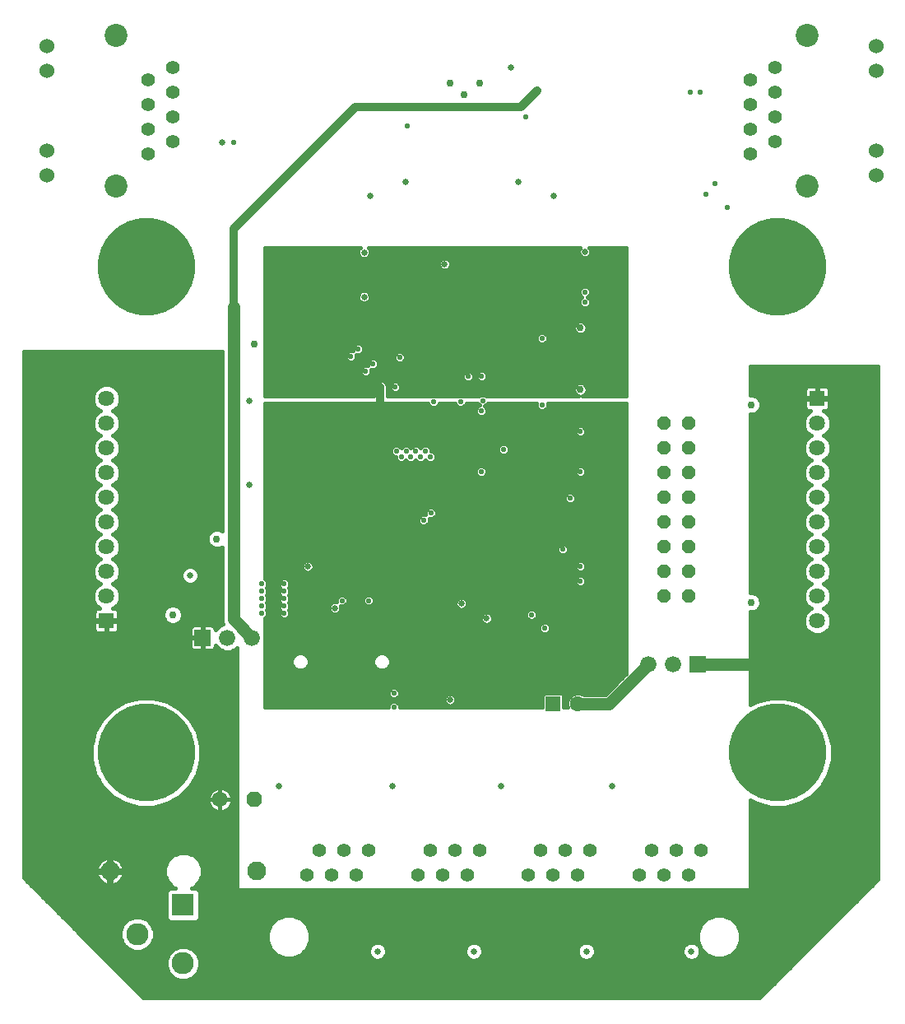
<source format=gbl>
G75*
%MOIN*%
%OFA0B0*%
%FSLAX24Y24*%
%IPPOS*%
%LPD*%
%AMOC8*
5,1,8,0,0,1.08239X$1,22.5*
%
%ADD10C,0.0930*%
%ADD11C,0.0600*%
%ADD12C,0.0550*%
%ADD13R,0.0660X0.0660*%
%ADD14C,0.0660*%
%ADD15C,0.3960*%
%ADD16R,0.0645X0.0645*%
%ADD17C,0.0645*%
%ADD18R,0.0900X0.0900*%
%ADD19C,0.0900*%
%ADD20OC8,0.0630*%
%ADD21C,0.0630*%
%ADD22OC8,0.0560*%
%ADD23C,0.0765*%
%ADD24R,0.0630X0.0630*%
%ADD25C,0.0250*%
%ADD26C,0.0300*%
%ADD27C,0.0220*%
%ADD28C,0.0160*%
%ADD29C,0.0320*%
%ADD30C,0.0500*%
D10*
X005640Y035000D03*
X005640Y041100D03*
X033640Y041100D03*
X033640Y035000D03*
D11*
X036440Y035440D03*
X036440Y036440D03*
X036440Y039660D03*
X036440Y040660D03*
X002840Y040660D03*
X002840Y039660D03*
X002840Y036440D03*
X002840Y035440D03*
D12*
X006940Y036300D03*
X006940Y037300D03*
X006940Y038300D03*
X006940Y039300D03*
X007940Y038800D03*
X007940Y037800D03*
X007940Y036800D03*
X007940Y039800D03*
X031340Y039300D03*
X031340Y038300D03*
X031340Y037300D03*
X031340Y036300D03*
X032340Y036800D03*
X032340Y037800D03*
X032340Y038800D03*
X032340Y039800D03*
X029310Y008100D03*
X028310Y008100D03*
X027810Y007100D03*
X026810Y007100D03*
X027310Y008100D03*
X028810Y007100D03*
X024830Y008100D03*
X023830Y008100D03*
X023330Y007100D03*
X024330Y007100D03*
X022830Y008100D03*
X022330Y007100D03*
X020350Y008100D03*
X019350Y008100D03*
X018850Y007100D03*
X019850Y007100D03*
X018350Y008100D03*
X017850Y007100D03*
X015870Y008100D03*
X014870Y008100D03*
X014370Y007100D03*
X015370Y007100D03*
X013870Y008100D03*
X013370Y007100D03*
D13*
X009140Y016720D03*
X029200Y015640D03*
D14*
X028200Y015640D03*
X027200Y015640D03*
X011140Y016720D03*
X010140Y016720D03*
D15*
X006845Y012057D03*
X006845Y031743D03*
X032435Y031743D03*
X032435Y012057D03*
D16*
X034040Y026400D03*
X005240Y017400D03*
D17*
X005240Y018400D03*
X005240Y019400D03*
X005240Y020400D03*
X005240Y021400D03*
X005240Y022400D03*
X005240Y023400D03*
X005240Y024400D03*
X005240Y025400D03*
X005240Y026400D03*
X034040Y025400D03*
X034040Y024400D03*
X034040Y023400D03*
X034040Y022400D03*
X034040Y021400D03*
X034040Y020400D03*
X034040Y019400D03*
X034040Y018400D03*
X034040Y017400D03*
D18*
X008340Y005890D03*
D19*
X006490Y004710D03*
X008340Y003530D03*
D20*
X011240Y010160D03*
D21*
X009840Y010160D03*
X024340Y014040D03*
D22*
X027840Y018400D03*
X027840Y019400D03*
X027840Y020400D03*
X027840Y021400D03*
X027840Y022400D03*
X028840Y022400D03*
X028840Y021400D03*
X028840Y020400D03*
X028840Y019400D03*
X028840Y018400D03*
X028840Y023400D03*
X028840Y024400D03*
X028840Y025400D03*
X027840Y025400D03*
X027840Y024400D03*
X027840Y023400D03*
D23*
X011330Y007260D03*
X005390Y007260D03*
D24*
X023340Y014040D03*
D25*
X021240Y010700D03*
X019760Y014200D03*
X019160Y014200D03*
X016840Y010700D03*
X014060Y014460D03*
X014490Y017920D03*
X014180Y018520D03*
X013510Y017910D03*
X013400Y019600D03*
X014180Y020080D03*
X011040Y022900D03*
X011040Y026300D03*
X015680Y030520D03*
X015680Y032320D03*
X015920Y034620D03*
X017360Y035160D03*
X018940Y031840D03*
X021920Y035160D03*
X023360Y034620D03*
X024620Y032340D03*
X021640Y039800D03*
X009920Y036780D03*
X008620Y019240D03*
X012240Y010700D03*
X016220Y004020D03*
X020120Y004020D03*
X024680Y004020D03*
X028940Y004020D03*
X025740Y010700D03*
X021240Y017500D03*
X020640Y017500D03*
X019620Y018100D03*
D26*
X012100Y020720D03*
X010400Y019240D03*
X009700Y020720D03*
X007930Y017640D03*
X011240Y028600D03*
X010400Y030100D03*
X013340Y031500D03*
X013880Y028600D03*
X019740Y038700D03*
X020360Y039180D03*
X019160Y039180D03*
X024440Y029260D03*
X024440Y026760D03*
X031360Y026150D03*
X031360Y018150D03*
D27*
X032960Y016740D03*
X024440Y019000D03*
X024440Y019600D03*
X023720Y020290D03*
X023440Y020060D03*
X023720Y018520D03*
X022460Y017640D03*
X023000Y017100D03*
X023430Y022360D03*
X024020Y022360D03*
X024440Y023440D03*
X024440Y025060D03*
X024440Y026140D03*
X022880Y026140D03*
X022880Y026680D03*
X022880Y027220D03*
X022880Y027760D03*
X022880Y028300D03*
X022880Y028840D03*
X024620Y030300D03*
X024620Y030720D03*
X024620Y031260D03*
X025940Y029700D03*
X029540Y034680D03*
X029900Y035100D03*
X030380Y034140D03*
X029300Y038820D03*
X028880Y038820D03*
X022700Y038880D03*
X022220Y037800D03*
X017420Y037440D03*
X010400Y036780D03*
X015440Y028400D03*
X015140Y028100D03*
X015740Y027500D03*
X016040Y027800D03*
X016340Y026860D03*
X016940Y026860D03*
X017120Y028060D03*
X017720Y028060D03*
X018500Y026260D03*
X019580Y026260D03*
X019880Y025900D03*
X020420Y025900D03*
X020480Y026320D03*
X020440Y027300D03*
X019900Y027290D03*
X021320Y024340D03*
X020420Y023440D03*
X018360Y024040D03*
X018160Y024270D03*
X017960Y024040D03*
X017770Y024270D03*
X017570Y024040D03*
X017380Y024270D03*
X017180Y024040D03*
X016980Y024270D03*
X018380Y021760D03*
X018080Y021460D03*
X015860Y018220D03*
X014780Y018220D03*
X012440Y018300D03*
X012440Y018000D03*
X012440Y017700D03*
X012440Y018600D03*
X012440Y018900D03*
X011540Y018900D03*
X011540Y018600D03*
X011540Y018300D03*
X011540Y018000D03*
X011540Y017700D03*
X016880Y014460D03*
X016880Y013920D03*
D28*
X005845Y004465D02*
X004414Y004465D01*
X004256Y004623D02*
X005800Y004623D01*
X005800Y004573D02*
X005800Y004847D01*
X005905Y005101D01*
X006099Y005295D01*
X006353Y005400D01*
X006627Y005400D01*
X006881Y005295D01*
X007075Y005101D01*
X007180Y004847D01*
X007180Y004573D01*
X007075Y004319D01*
X006881Y004125D01*
X006627Y004020D01*
X006353Y004020D01*
X006099Y004125D01*
X005905Y004319D01*
X005800Y004573D01*
X005800Y004782D02*
X004097Y004782D01*
X003939Y004940D02*
X005839Y004940D01*
X005904Y005099D02*
X003780Y005099D01*
X003622Y005257D02*
X006062Y005257D01*
X006918Y005257D02*
X007733Y005257D01*
X007754Y005237D02*
X007842Y005200D01*
X008838Y005200D01*
X008926Y005237D01*
X008993Y005304D01*
X009030Y005392D01*
X009030Y006388D01*
X008993Y006476D01*
X008926Y006543D01*
X008838Y006580D01*
X008704Y006580D01*
X008791Y006616D01*
X009004Y006829D01*
X009120Y007109D01*
X009120Y007411D01*
X009004Y007691D01*
X008791Y007904D01*
X008511Y008020D01*
X008209Y008020D01*
X007929Y007904D01*
X007716Y007691D01*
X007600Y007411D01*
X007600Y007109D01*
X007716Y006829D01*
X007929Y006616D01*
X008016Y006580D01*
X007842Y006580D01*
X007754Y006543D01*
X007687Y006476D01*
X007650Y006388D01*
X007650Y005392D01*
X007687Y005304D01*
X007754Y005237D01*
X007650Y005416D02*
X003463Y005416D01*
X003305Y005574D02*
X007650Y005574D01*
X007650Y005733D02*
X003146Y005733D01*
X002988Y005891D02*
X007650Y005891D01*
X007650Y006050D02*
X002829Y006050D01*
X002671Y006208D02*
X007650Y006208D01*
X007650Y006367D02*
X002512Y006367D01*
X002354Y006525D02*
X007736Y006525D01*
X007861Y006684D02*
X002195Y006684D01*
X002037Y006842D02*
X005012Y006842D01*
X005024Y006831D02*
X005095Y006779D01*
X005174Y006739D01*
X005258Y006711D01*
X005342Y006698D01*
X005342Y007212D01*
X005438Y007212D01*
X005438Y007308D01*
X005952Y007308D01*
X005939Y007392D01*
X005911Y007476D01*
X005871Y007555D01*
X005819Y007626D01*
X005756Y007689D01*
X005685Y007741D01*
X005606Y007781D01*
X005522Y007809D01*
X005438Y007822D01*
X005438Y007308D01*
X005342Y007308D01*
X005342Y007822D01*
X005258Y007809D01*
X005174Y007781D01*
X005095Y007741D01*
X005024Y007689D01*
X004961Y007626D01*
X004909Y007555D01*
X004869Y007476D01*
X004841Y007392D01*
X004828Y007308D01*
X005342Y007308D01*
X005342Y007212D01*
X004828Y007212D01*
X004841Y007128D01*
X004869Y007044D01*
X004909Y006965D01*
X004961Y006894D01*
X005024Y006831D01*
X004891Y007001D02*
X001880Y007001D01*
X001880Y006999D02*
X001880Y028300D01*
X009910Y028300D01*
X009910Y026223D01*
X009910Y021055D01*
X009778Y021110D01*
X009622Y021110D01*
X009479Y021051D01*
X009369Y020941D01*
X009310Y020798D01*
X009310Y020642D01*
X009369Y020499D01*
X009479Y020389D01*
X009622Y020330D01*
X009778Y020330D01*
X009910Y020385D01*
X009910Y017363D01*
X009953Y017259D01*
X009817Y017203D01*
X009657Y017043D01*
X009650Y017027D01*
X009650Y017074D01*
X009638Y017119D01*
X009614Y017161D01*
X009581Y017194D01*
X009539Y017218D01*
X009494Y017230D01*
X009160Y017230D01*
X009160Y016740D01*
X009120Y016740D01*
X009120Y017230D01*
X008786Y017230D01*
X008741Y017218D01*
X008699Y017194D01*
X008666Y017161D01*
X008642Y017119D01*
X008630Y017074D01*
X008630Y016740D01*
X009120Y016740D01*
X009120Y016700D01*
X009160Y016700D01*
X009160Y016210D01*
X009494Y016210D01*
X009539Y016222D01*
X009581Y016246D01*
X009614Y016279D01*
X009638Y016321D01*
X009650Y016366D01*
X009650Y016413D01*
X009657Y016397D01*
X009817Y016237D01*
X010027Y016150D01*
X010253Y016150D01*
X010463Y016237D01*
X010520Y016294D01*
X010520Y006520D01*
X031340Y006520D01*
X031340Y010126D01*
X031578Y009989D01*
X032143Y009837D01*
X032728Y009837D01*
X033292Y009989D01*
X033798Y010281D01*
X034212Y010694D01*
X034504Y011201D01*
X034655Y011765D01*
X034655Y012350D01*
X034504Y012914D01*
X034212Y013421D01*
X033798Y013834D01*
X033292Y014126D01*
X032728Y014277D01*
X032143Y014277D01*
X031578Y014126D01*
X031340Y013989D01*
X031340Y017760D01*
X031438Y017760D01*
X031581Y017819D01*
X031691Y017929D01*
X031750Y018072D01*
X031750Y018228D01*
X031691Y018371D01*
X031581Y018481D01*
X031438Y018540D01*
X031340Y018540D01*
X031340Y025760D01*
X031438Y025760D01*
X031581Y025819D01*
X031691Y025929D01*
X031750Y026072D01*
X031750Y026228D01*
X031691Y026371D01*
X031581Y026481D01*
X031438Y026540D01*
X031340Y026540D01*
X031340Y027700D01*
X036500Y027700D01*
X036500Y006940D01*
X031700Y002140D01*
X006739Y002140D01*
X001880Y006999D01*
X001880Y007159D02*
X004836Y007159D01*
X004830Y007318D02*
X001880Y007318D01*
X001880Y007476D02*
X004869Y007476D01*
X004969Y007635D02*
X001880Y007635D01*
X001880Y007793D02*
X005212Y007793D01*
X005342Y007793D02*
X005438Y007793D01*
X005568Y007793D02*
X007819Y007793D01*
X007693Y007635D02*
X005811Y007635D01*
X005911Y007476D02*
X007627Y007476D01*
X007600Y007318D02*
X005950Y007318D01*
X005952Y007212D02*
X005438Y007212D01*
X005438Y006698D01*
X005522Y006711D01*
X005606Y006739D01*
X005685Y006779D01*
X005756Y006831D01*
X005819Y006894D01*
X005871Y006965D01*
X005911Y007044D01*
X005939Y007128D01*
X005952Y007212D01*
X005944Y007159D02*
X007600Y007159D01*
X007645Y007001D02*
X005889Y007001D01*
X005768Y006842D02*
X007710Y006842D01*
X008045Y007952D02*
X001880Y007952D01*
X001880Y008110D02*
X010520Y008110D01*
X010520Y007952D02*
X008675Y007952D01*
X008901Y007793D02*
X010520Y007793D01*
X010520Y007635D02*
X009027Y007635D01*
X009093Y007476D02*
X010520Y007476D01*
X010520Y007318D02*
X009120Y007318D01*
X009120Y007159D02*
X010520Y007159D01*
X010520Y007001D02*
X009075Y007001D01*
X009010Y006842D02*
X010520Y006842D01*
X010520Y006684D02*
X008859Y006684D01*
X008944Y006525D02*
X010520Y006525D01*
X009030Y006367D02*
X035927Y006367D01*
X036085Y006525D02*
X031340Y006525D01*
X031340Y006684D02*
X036244Y006684D01*
X036402Y006842D02*
X031340Y006842D01*
X031340Y007001D02*
X036500Y007001D01*
X036500Y007159D02*
X031340Y007159D01*
X031340Y007318D02*
X036500Y007318D01*
X036500Y007476D02*
X031340Y007476D01*
X031340Y007635D02*
X036500Y007635D01*
X036500Y007793D02*
X031340Y007793D01*
X031340Y007952D02*
X036500Y007952D01*
X036500Y008110D02*
X031340Y008110D01*
X031340Y008269D02*
X036500Y008269D01*
X036500Y008427D02*
X031340Y008427D01*
X031340Y008586D02*
X036500Y008586D01*
X036500Y008744D02*
X031340Y008744D01*
X031340Y008903D02*
X036500Y008903D01*
X036500Y009061D02*
X031340Y009061D01*
X031340Y009220D02*
X036500Y009220D01*
X036500Y009378D02*
X031340Y009378D01*
X031340Y009537D02*
X036500Y009537D01*
X036500Y009695D02*
X031340Y009695D01*
X031340Y009854D02*
X032081Y009854D01*
X031537Y010012D02*
X031340Y010012D01*
X032789Y009854D02*
X036500Y009854D01*
X036500Y010012D02*
X033333Y010012D01*
X033608Y010171D02*
X036500Y010171D01*
X036500Y010329D02*
X033847Y010329D01*
X034005Y010488D02*
X036500Y010488D01*
X036500Y010646D02*
X034164Y010646D01*
X034276Y010805D02*
X036500Y010805D01*
X036500Y010963D02*
X034367Y010963D01*
X034459Y011122D02*
X036500Y011122D01*
X036500Y011280D02*
X034525Y011280D01*
X034568Y011439D02*
X036500Y011439D01*
X036500Y011597D02*
X034610Y011597D01*
X034653Y011756D02*
X036500Y011756D01*
X036500Y011914D02*
X034655Y011914D01*
X034655Y012073D02*
X036500Y012073D01*
X036500Y012231D02*
X034655Y012231D01*
X034644Y012390D02*
X036500Y012390D01*
X036500Y012548D02*
X034602Y012548D01*
X034560Y012707D02*
X036500Y012707D01*
X036500Y012865D02*
X034517Y012865D01*
X034441Y013024D02*
X036500Y013024D01*
X036500Y013182D02*
X034349Y013182D01*
X034258Y013341D02*
X036500Y013341D01*
X036500Y013499D02*
X034133Y013499D01*
X033974Y013658D02*
X036500Y013658D01*
X036500Y013816D02*
X033816Y013816D01*
X033554Y013975D02*
X036500Y013975D01*
X036500Y014133D02*
X033265Y014133D01*
X031606Y014133D02*
X031340Y014133D01*
X031340Y014292D02*
X036500Y014292D01*
X036500Y014450D02*
X031340Y014450D01*
X031340Y014609D02*
X036500Y014609D01*
X036500Y014767D02*
X031340Y014767D01*
X031340Y014926D02*
X036500Y014926D01*
X036500Y015084D02*
X031340Y015084D01*
X031340Y015243D02*
X036500Y015243D01*
X036500Y015401D02*
X031340Y015401D01*
X031340Y015560D02*
X036500Y015560D01*
X036500Y015718D02*
X031340Y015718D01*
X031340Y015877D02*
X036500Y015877D01*
X036500Y016035D02*
X031340Y016035D01*
X031340Y016194D02*
X036500Y016194D01*
X036500Y016352D02*
X031340Y016352D01*
X031340Y016511D02*
X036500Y016511D01*
X036500Y016669D02*
X031340Y016669D01*
X031340Y016828D02*
X036500Y016828D01*
X036500Y016986D02*
X034422Y016986D01*
X034359Y016923D02*
X034517Y017081D01*
X034602Y017288D01*
X034602Y017512D01*
X034517Y017719D01*
X034359Y017877D01*
X034303Y017900D01*
X034359Y017923D01*
X034517Y018081D01*
X034602Y018288D01*
X034602Y018512D01*
X034517Y018719D01*
X034359Y018877D01*
X034303Y018900D01*
X034359Y018923D01*
X034517Y019081D01*
X034602Y019288D01*
X034602Y019512D01*
X034517Y019719D01*
X034359Y019877D01*
X034303Y019900D01*
X034359Y019923D01*
X034517Y020081D01*
X034602Y020288D01*
X034602Y020512D01*
X034517Y020719D01*
X034359Y020877D01*
X034303Y020900D01*
X034359Y020923D01*
X034517Y021081D01*
X034602Y021288D01*
X034602Y021512D01*
X034517Y021719D01*
X034359Y021877D01*
X034303Y021900D01*
X036500Y021900D01*
X036500Y021741D02*
X034494Y021741D01*
X034573Y021583D02*
X036500Y021583D01*
X036500Y021424D02*
X034602Y021424D01*
X034593Y021266D02*
X036500Y021266D01*
X036500Y021107D02*
X034528Y021107D01*
X034384Y020949D02*
X036500Y020949D01*
X036500Y020790D02*
X034445Y020790D01*
X034553Y020632D02*
X036500Y020632D01*
X036500Y020473D02*
X034602Y020473D01*
X034602Y020315D02*
X036500Y020315D01*
X036500Y020156D02*
X034548Y020156D01*
X034433Y019998D02*
X036500Y019998D01*
X036500Y019839D02*
X034396Y019839D01*
X034532Y019681D02*
X036500Y019681D01*
X036500Y019522D02*
X034598Y019522D01*
X034602Y019364D02*
X036500Y019364D01*
X036500Y019205D02*
X034568Y019205D01*
X034482Y019047D02*
X036500Y019047D01*
X036500Y018888D02*
X034331Y018888D01*
X034505Y018730D02*
X036500Y018730D01*
X036500Y018571D02*
X034578Y018571D01*
X034602Y018413D02*
X036500Y018413D01*
X036500Y018254D02*
X034589Y018254D01*
X034523Y018096D02*
X036500Y018096D01*
X036500Y017937D02*
X034373Y017937D01*
X034456Y017779D02*
X036500Y017779D01*
X036500Y017620D02*
X034558Y017620D01*
X034602Y017462D02*
X036500Y017462D01*
X036500Y017303D02*
X034602Y017303D01*
X034543Y017145D02*
X036500Y017145D01*
X034359Y016923D02*
X034152Y016838D01*
X033928Y016838D01*
X033721Y016923D01*
X033563Y017081D01*
X033478Y017288D01*
X033478Y017512D01*
X033563Y017719D01*
X033721Y017877D01*
X033777Y017900D01*
X033721Y017923D01*
X033563Y018081D01*
X033478Y018288D01*
X033478Y018512D01*
X033563Y018719D01*
X033721Y018877D01*
X033777Y018900D01*
X033721Y018923D01*
X033563Y019081D01*
X033478Y019288D01*
X033478Y019512D01*
X033563Y019719D01*
X033721Y019877D01*
X033777Y019900D01*
X033721Y019923D01*
X033563Y020081D01*
X033478Y020288D01*
X033478Y020512D01*
X033563Y020719D01*
X033721Y020877D01*
X033777Y020900D01*
X033721Y020923D01*
X033563Y021081D01*
X033478Y021288D01*
X033478Y021512D01*
X033563Y021719D01*
X033721Y021877D01*
X033777Y021900D01*
X031340Y021900D01*
X031340Y021741D02*
X033586Y021741D01*
X033507Y021583D02*
X031340Y021583D01*
X031340Y021424D02*
X033478Y021424D01*
X033487Y021266D02*
X031340Y021266D01*
X031340Y021107D02*
X033552Y021107D01*
X033696Y020949D02*
X031340Y020949D01*
X031340Y020790D02*
X033635Y020790D01*
X033527Y020632D02*
X031340Y020632D01*
X031340Y020473D02*
X033478Y020473D01*
X033478Y020315D02*
X031340Y020315D01*
X031340Y020156D02*
X033532Y020156D01*
X033647Y019998D02*
X031340Y019998D01*
X031340Y019839D02*
X033684Y019839D01*
X033548Y019681D02*
X031340Y019681D01*
X031340Y019522D02*
X033482Y019522D01*
X033478Y019364D02*
X031340Y019364D01*
X031340Y019205D02*
X033512Y019205D01*
X033598Y019047D02*
X031340Y019047D01*
X031340Y018888D02*
X033749Y018888D01*
X033575Y018730D02*
X031340Y018730D01*
X031340Y018571D02*
X033502Y018571D01*
X033478Y018413D02*
X031649Y018413D01*
X031739Y018254D02*
X033491Y018254D01*
X033557Y018096D02*
X031750Y018096D01*
X031694Y017937D02*
X033707Y017937D01*
X033623Y017779D02*
X031483Y017779D01*
X031340Y017620D02*
X033522Y017620D01*
X033478Y017462D02*
X031340Y017462D01*
X031340Y017303D02*
X033478Y017303D01*
X033537Y017145D02*
X031340Y017145D01*
X031340Y016986D02*
X033658Y016986D01*
X033777Y021900D02*
X033721Y021923D01*
X033563Y022081D01*
X033478Y022288D01*
X033478Y022512D01*
X033563Y022719D01*
X033721Y022877D01*
X033777Y022900D01*
X033721Y022923D01*
X033563Y023081D01*
X033478Y023288D01*
X033478Y023512D01*
X033563Y023719D01*
X033721Y023877D01*
X033777Y023900D01*
X033721Y023923D01*
X033563Y024081D01*
X033478Y024288D01*
X033478Y024512D01*
X033563Y024719D01*
X033721Y024877D01*
X033777Y024900D01*
X033721Y024923D01*
X033563Y025081D01*
X033478Y025288D01*
X033478Y025512D01*
X033563Y025719D01*
X033721Y025877D01*
X033771Y025898D01*
X033694Y025898D01*
X033648Y025910D01*
X033607Y025933D01*
X033573Y025967D01*
X033550Y026008D01*
X033538Y026054D01*
X033537Y026372D01*
X034012Y026372D01*
X034012Y026428D01*
X034012Y026902D01*
X033694Y026902D01*
X033648Y026890D01*
X033607Y026867D01*
X033573Y026833D01*
X033550Y026792D01*
X033538Y026746D01*
X033538Y026428D01*
X034012Y026428D01*
X034068Y026428D01*
X034068Y026902D01*
X034386Y026902D01*
X034432Y026890D01*
X034473Y026867D01*
X034507Y026833D01*
X034530Y026792D01*
X034542Y026746D01*
X034542Y026428D01*
X034068Y026428D01*
X034068Y026372D01*
X034542Y026372D01*
X034542Y026054D01*
X034530Y026008D01*
X034507Y025967D01*
X034473Y025933D01*
X034432Y025910D01*
X034386Y025898D01*
X034309Y025898D01*
X034359Y025877D01*
X034517Y025719D01*
X034602Y025512D01*
X034602Y025288D01*
X034517Y025081D01*
X034359Y024923D01*
X034303Y024900D01*
X034359Y024877D01*
X034517Y024719D01*
X034602Y024512D01*
X034602Y024288D01*
X034517Y024081D01*
X034359Y023923D01*
X034303Y023900D01*
X034359Y023877D01*
X034517Y023719D01*
X034602Y023512D01*
X034602Y023288D01*
X034517Y023081D01*
X034359Y022923D01*
X034303Y022900D01*
X034359Y022877D01*
X034517Y022719D01*
X034602Y022512D01*
X034602Y022288D01*
X034517Y022081D01*
X034359Y021923D01*
X034303Y021900D01*
X034494Y022059D02*
X036500Y022059D01*
X036500Y022217D02*
X034573Y022217D01*
X034602Y022376D02*
X036500Y022376D01*
X036500Y022534D02*
X034593Y022534D01*
X034528Y022693D02*
X036500Y022693D01*
X036500Y022851D02*
X034384Y022851D01*
X034445Y023010D02*
X036500Y023010D01*
X036500Y023168D02*
X034553Y023168D01*
X034602Y023327D02*
X036500Y023327D01*
X036500Y023485D02*
X034602Y023485D01*
X034548Y023644D02*
X036500Y023644D01*
X036500Y023802D02*
X034433Y023802D01*
X034396Y023961D02*
X036500Y023961D01*
X036500Y024119D02*
X034532Y024119D01*
X034598Y024278D02*
X036500Y024278D01*
X036500Y024436D02*
X034602Y024436D01*
X034568Y024595D02*
X036500Y024595D01*
X036500Y024753D02*
X034482Y024753D01*
X034331Y024912D02*
X036500Y024912D01*
X036500Y025070D02*
X034505Y025070D01*
X034578Y025229D02*
X036500Y025229D01*
X036500Y025387D02*
X034602Y025387D01*
X034589Y025546D02*
X036500Y025546D01*
X036500Y025704D02*
X034523Y025704D01*
X034373Y025863D02*
X036500Y025863D01*
X036500Y026021D02*
X034534Y026021D01*
X034542Y026180D02*
X036500Y026180D01*
X036500Y026338D02*
X034542Y026338D01*
X034542Y026497D02*
X036500Y026497D01*
X036500Y026655D02*
X034542Y026655D01*
X034518Y026814D02*
X036500Y026814D01*
X036500Y026972D02*
X031340Y026972D01*
X031340Y026814D02*
X033562Y026814D01*
X033538Y026655D02*
X031340Y026655D01*
X031543Y026497D02*
X033538Y026497D01*
X033537Y026338D02*
X031704Y026338D01*
X031750Y026180D02*
X033537Y026180D01*
X033546Y026021D02*
X031729Y026021D01*
X031624Y025863D02*
X033707Y025863D01*
X033557Y025704D02*
X031340Y025704D01*
X031340Y025546D02*
X033491Y025546D01*
X033478Y025387D02*
X031340Y025387D01*
X031340Y025229D02*
X033502Y025229D01*
X033574Y025070D02*
X031340Y025070D01*
X031340Y024912D02*
X033749Y024912D01*
X033598Y024753D02*
X031340Y024753D01*
X031340Y024595D02*
X033512Y024595D01*
X033478Y024436D02*
X031340Y024436D01*
X031340Y024278D02*
X033482Y024278D01*
X033548Y024119D02*
X031340Y024119D01*
X031340Y023961D02*
X033684Y023961D01*
X033647Y023802D02*
X031340Y023802D01*
X031340Y023644D02*
X033532Y023644D01*
X033478Y023485D02*
X031340Y023485D01*
X031340Y023327D02*
X033478Y023327D01*
X033527Y023168D02*
X031340Y023168D01*
X031340Y023010D02*
X033635Y023010D01*
X033696Y022851D02*
X031340Y022851D01*
X031340Y022693D02*
X033552Y022693D01*
X033487Y022534D02*
X031340Y022534D01*
X031340Y022376D02*
X033478Y022376D01*
X033507Y022217D02*
X031340Y022217D01*
X031340Y022059D02*
X033586Y022059D01*
X034012Y026497D02*
X034068Y026497D01*
X034068Y026655D02*
X034012Y026655D01*
X034012Y026814D02*
X034068Y026814D01*
X036500Y027131D02*
X031340Y027131D01*
X031340Y027289D02*
X036500Y027289D01*
X036500Y027448D02*
X031340Y027448D01*
X031340Y027606D02*
X036500Y027606D01*
X026300Y027606D02*
X016171Y027606D01*
X016135Y027570D02*
X016270Y027705D01*
X016270Y027895D01*
X016135Y028030D01*
X015945Y028030D01*
X015810Y027895D01*
X015810Y027730D01*
X015645Y027730D01*
X015510Y027595D01*
X015510Y027405D01*
X015645Y027270D01*
X015835Y027270D01*
X015970Y027405D01*
X015970Y027570D01*
X016135Y027570D01*
X015970Y027448D02*
X019732Y027448D01*
X019670Y027385D02*
X019670Y027195D01*
X019805Y027060D01*
X019995Y027060D01*
X020130Y027195D01*
X020130Y027385D01*
X019995Y027520D01*
X019805Y027520D01*
X019670Y027385D01*
X019670Y027289D02*
X015854Y027289D01*
X015626Y027289D02*
X011660Y027289D01*
X011660Y027131D02*
X016261Y027131D01*
X016284Y027140D02*
X016181Y027097D01*
X016103Y027019D01*
X016060Y026916D01*
X016060Y026500D01*
X011660Y026500D01*
X011660Y032500D01*
X015514Y032500D01*
X015472Y032459D01*
X015435Y032369D01*
X015435Y032271D01*
X015472Y032181D01*
X015541Y032112D01*
X015631Y032075D01*
X015729Y032075D01*
X015819Y032112D01*
X015888Y032181D01*
X015925Y032271D01*
X015925Y032369D01*
X015888Y032459D01*
X015846Y032500D01*
X024434Y032500D01*
X024412Y032479D01*
X024375Y032389D01*
X024375Y032291D01*
X024412Y032201D01*
X024481Y032132D01*
X024571Y032095D01*
X024669Y032095D01*
X024759Y032132D01*
X024828Y032201D01*
X024865Y032291D01*
X024865Y032389D01*
X024828Y032479D01*
X024806Y032500D01*
X026300Y032500D01*
X026300Y026500D01*
X024518Y026500D01*
X024593Y026531D01*
X024669Y026607D01*
X024710Y026706D01*
X024710Y026814D01*
X024669Y026913D01*
X024593Y026989D01*
X024494Y027030D01*
X024386Y027030D01*
X024287Y026989D01*
X024211Y026913D01*
X024170Y026814D01*
X024170Y026706D01*
X024211Y026607D01*
X024287Y026531D01*
X024362Y026500D01*
X020625Y026500D01*
X020575Y026550D01*
X020385Y026550D01*
X020335Y026500D01*
X016620Y026500D01*
X016620Y026916D01*
X016577Y027019D01*
X016499Y027097D01*
X016396Y027140D01*
X016284Y027140D01*
X016419Y027131D02*
X019734Y027131D01*
X020066Y027131D02*
X020284Y027131D01*
X020345Y027070D02*
X020535Y027070D01*
X020670Y027205D01*
X020670Y027395D01*
X020535Y027530D01*
X020345Y027530D01*
X020210Y027395D01*
X020210Y027205D01*
X020345Y027070D01*
X020210Y027289D02*
X020130Y027289D01*
X020068Y027448D02*
X020262Y027448D01*
X020618Y027448D02*
X026300Y027448D01*
X026300Y027289D02*
X020670Y027289D01*
X020596Y027131D02*
X026300Y027131D01*
X026300Y026972D02*
X024610Y026972D01*
X024710Y026814D02*
X026300Y026814D01*
X026300Y026655D02*
X024689Y026655D01*
X024191Y026655D02*
X017060Y026655D01*
X017035Y026630D02*
X017170Y026765D01*
X017170Y026955D01*
X017035Y027090D01*
X016845Y027090D01*
X016710Y026955D01*
X016710Y026765D01*
X016845Y026630D01*
X017035Y026630D01*
X016820Y026655D02*
X016620Y026655D01*
X016620Y026814D02*
X016710Y026814D01*
X016727Y026972D02*
X016597Y026972D01*
X016083Y026972D02*
X011660Y026972D01*
X011660Y026814D02*
X016060Y026814D01*
X016060Y026655D02*
X011660Y026655D01*
X011660Y026200D02*
X018270Y026200D01*
X018270Y026165D01*
X018405Y026030D01*
X018595Y026030D01*
X018730Y026165D01*
X018730Y026200D01*
X019350Y026200D01*
X019350Y026165D01*
X019485Y026030D01*
X019675Y026030D01*
X019810Y026165D01*
X019810Y026200D01*
X020275Y026200D01*
X020345Y026130D01*
X020325Y026130D01*
X020190Y025995D01*
X020190Y025805D01*
X020325Y025670D01*
X020515Y025670D01*
X020650Y025805D01*
X020650Y025995D01*
X020555Y026090D01*
X020575Y026090D01*
X020685Y026200D01*
X022650Y026200D01*
X022650Y026045D01*
X022785Y025910D01*
X022975Y025910D01*
X023110Y026045D01*
X023110Y026200D01*
X026300Y026200D01*
X026300Y015263D01*
X025447Y014410D01*
X024583Y014410D01*
X024427Y014475D01*
X024253Y014475D01*
X024094Y014409D01*
X023971Y014286D01*
X023905Y014127D01*
X023905Y013953D01*
X023927Y013900D01*
X023775Y013900D01*
X023775Y014405D01*
X023705Y014475D01*
X022975Y014475D01*
X022905Y014405D01*
X022905Y013900D01*
X017110Y013900D01*
X017110Y014015D01*
X016975Y014150D01*
X016785Y014150D01*
X016650Y014015D01*
X016650Y013900D01*
X011660Y013900D01*
X011660Y017495D01*
X011770Y017605D01*
X011770Y017795D01*
X011715Y017850D01*
X011770Y017905D01*
X011770Y018095D01*
X011715Y018150D01*
X011770Y018205D01*
X011770Y018395D01*
X011715Y018450D01*
X011770Y018505D01*
X011770Y018695D01*
X011715Y018750D01*
X011770Y018805D01*
X011770Y018995D01*
X011660Y019105D01*
X011660Y026200D01*
X011660Y026180D02*
X018270Y026180D01*
X018730Y026180D02*
X019350Y026180D01*
X019810Y026180D02*
X020295Y026180D01*
X020216Y026021D02*
X011660Y026021D01*
X011660Y025863D02*
X020190Y025863D01*
X020291Y025704D02*
X011660Y025704D01*
X011660Y025546D02*
X026300Y025546D01*
X026300Y025704D02*
X020549Y025704D01*
X020650Y025863D02*
X026300Y025863D01*
X026300Y026021D02*
X023086Y026021D01*
X023110Y026180D02*
X026300Y026180D01*
X026300Y025387D02*
X011660Y025387D01*
X011660Y025229D02*
X024283Y025229D01*
X024345Y025290D02*
X024210Y025155D01*
X024210Y024965D01*
X024345Y024830D01*
X024535Y024830D01*
X024670Y024965D01*
X024670Y025155D01*
X024535Y025290D01*
X024345Y025290D01*
X024210Y025070D02*
X011660Y025070D01*
X011660Y024912D02*
X024263Y024912D01*
X024617Y024912D02*
X026300Y024912D01*
X026300Y025070D02*
X024670Y025070D01*
X024597Y025229D02*
X026300Y025229D01*
X026300Y024753D02*
X011660Y024753D01*
X011660Y024595D02*
X026300Y024595D01*
X026300Y024436D02*
X021549Y024436D01*
X021550Y024435D02*
X021415Y024570D01*
X021225Y024570D01*
X021090Y024435D01*
X021090Y024245D01*
X021225Y024110D01*
X021415Y024110D01*
X021550Y024245D01*
X021550Y024435D01*
X021550Y024278D02*
X026300Y024278D01*
X026300Y024119D02*
X021424Y024119D01*
X021216Y024119D02*
X018590Y024119D01*
X018590Y024135D02*
X018455Y024270D01*
X018390Y024270D01*
X018390Y024365D01*
X018255Y024500D01*
X018065Y024500D01*
X017965Y024400D01*
X017865Y024500D01*
X017675Y024500D01*
X017575Y024400D01*
X017475Y024500D01*
X017285Y024500D01*
X017180Y024395D01*
X017075Y024500D01*
X016885Y024500D01*
X016750Y024365D01*
X016750Y024175D01*
X016885Y024040D01*
X016950Y024040D01*
X016950Y023945D01*
X017085Y023810D01*
X017275Y023810D01*
X017375Y023910D01*
X017475Y023810D01*
X017665Y023810D01*
X017765Y023910D01*
X017865Y023810D01*
X018055Y023810D01*
X018160Y023915D01*
X018265Y023810D01*
X018455Y023810D01*
X018590Y023945D01*
X018590Y024135D01*
X018590Y023961D02*
X026300Y023961D01*
X026300Y023802D02*
X011660Y023802D01*
X011660Y023644D02*
X020298Y023644D01*
X020325Y023670D02*
X020190Y023535D01*
X020190Y023345D01*
X020325Y023210D01*
X020515Y023210D01*
X020650Y023345D01*
X020650Y023535D01*
X020515Y023670D01*
X020325Y023670D01*
X020542Y023644D02*
X024318Y023644D01*
X024345Y023670D02*
X024210Y023535D01*
X024210Y023345D01*
X024345Y023210D01*
X024535Y023210D01*
X024670Y023345D01*
X024670Y023535D01*
X024535Y023670D01*
X024345Y023670D01*
X024562Y023644D02*
X026300Y023644D01*
X026300Y023485D02*
X024670Y023485D01*
X024652Y023327D02*
X026300Y023327D01*
X026300Y023168D02*
X011660Y023168D01*
X011660Y023010D02*
X026300Y023010D01*
X026300Y022851D02*
X011660Y022851D01*
X011660Y022693D02*
X026300Y022693D01*
X026300Y022534D02*
X024171Y022534D01*
X024115Y022590D02*
X024250Y022455D01*
X024250Y022265D01*
X024115Y022130D01*
X023925Y022130D01*
X023790Y022265D01*
X023790Y022455D01*
X023925Y022590D01*
X024115Y022590D01*
X023869Y022534D02*
X011660Y022534D01*
X011660Y022376D02*
X023790Y022376D01*
X023838Y022217D02*
X011660Y022217D01*
X011660Y022059D02*
X026300Y022059D01*
X026300Y022217D02*
X024202Y022217D01*
X024250Y022376D02*
X026300Y022376D01*
X026300Y021900D02*
X018565Y021900D01*
X018610Y021855D02*
X018475Y021990D01*
X018285Y021990D01*
X018150Y021855D01*
X018150Y021690D01*
X017985Y021690D01*
X017850Y021555D01*
X017850Y021365D01*
X017985Y021230D01*
X018175Y021230D01*
X018310Y021365D01*
X018310Y021530D01*
X018475Y021530D01*
X018610Y021665D01*
X018610Y021855D01*
X018610Y021741D02*
X026300Y021741D01*
X026300Y021583D02*
X018528Y021583D01*
X018310Y021424D02*
X026300Y021424D01*
X026300Y021266D02*
X018211Y021266D01*
X017949Y021266D02*
X011660Y021266D01*
X011660Y021424D02*
X017850Y021424D01*
X017878Y021583D02*
X011660Y021583D01*
X011660Y021741D02*
X018150Y021741D01*
X018195Y021900D02*
X011660Y021900D01*
X011660Y021107D02*
X026300Y021107D01*
X026300Y020949D02*
X011660Y020949D01*
X011660Y020790D02*
X026300Y020790D01*
X026300Y020632D02*
X011660Y020632D01*
X011660Y020473D02*
X023578Y020473D01*
X023625Y020520D02*
X023490Y020385D01*
X023490Y020195D01*
X023625Y020060D01*
X023815Y020060D01*
X023950Y020195D01*
X023950Y020385D01*
X023815Y020520D01*
X023625Y020520D01*
X023862Y020473D02*
X026300Y020473D01*
X026300Y020315D02*
X023950Y020315D01*
X023912Y020156D02*
X026300Y020156D01*
X026300Y019998D02*
X011660Y019998D01*
X011660Y020156D02*
X023528Y020156D01*
X023490Y020315D02*
X011660Y020315D01*
X011660Y019839D02*
X013338Y019839D01*
X013351Y019845D02*
X013261Y019808D01*
X013192Y019739D01*
X013155Y019649D01*
X013155Y019551D01*
X013192Y019461D01*
X013261Y019392D01*
X013351Y019355D01*
X013449Y019355D01*
X013539Y019392D01*
X013608Y019461D01*
X013645Y019551D01*
X013645Y019649D01*
X013608Y019739D01*
X013539Y019808D01*
X013449Y019845D01*
X013351Y019845D01*
X013462Y019839D02*
X026300Y019839D01*
X026300Y019681D02*
X024670Y019681D01*
X024670Y019695D02*
X024535Y019830D01*
X024345Y019830D01*
X024210Y019695D01*
X024210Y019505D01*
X024345Y019370D01*
X024535Y019370D01*
X024670Y019505D01*
X024670Y019695D01*
X024670Y019522D02*
X026300Y019522D01*
X026300Y019364D02*
X013470Y019364D01*
X013330Y019364D02*
X011660Y019364D01*
X011660Y019522D02*
X013167Y019522D01*
X013168Y019681D02*
X011660Y019681D01*
X011660Y019205D02*
X024320Y019205D01*
X024345Y019230D02*
X024210Y019095D01*
X024210Y018905D01*
X024345Y018770D01*
X024535Y018770D01*
X024670Y018905D01*
X024670Y019095D01*
X024535Y019230D01*
X024345Y019230D01*
X024560Y019205D02*
X026300Y019205D01*
X026300Y019047D02*
X024670Y019047D01*
X024654Y018888D02*
X026300Y018888D01*
X026300Y018730D02*
X012635Y018730D01*
X012615Y018750D02*
X012670Y018805D01*
X012670Y018995D01*
X012535Y019130D01*
X012345Y019130D01*
X012210Y018995D01*
X012210Y018805D01*
X012265Y018750D01*
X012210Y018695D01*
X012210Y018505D01*
X012265Y018450D01*
X012210Y018395D01*
X012210Y018205D01*
X012265Y018150D01*
X012210Y018095D01*
X012210Y017905D01*
X012265Y017850D01*
X012210Y017795D01*
X012210Y017605D01*
X012345Y017470D01*
X012535Y017470D01*
X012670Y017605D01*
X012670Y017795D01*
X012615Y017850D01*
X012670Y017905D01*
X012670Y018095D01*
X012615Y018150D01*
X012670Y018205D01*
X012670Y018395D01*
X012615Y018450D01*
X012670Y018505D01*
X012670Y018695D01*
X012615Y018750D01*
X012670Y018888D02*
X024226Y018888D01*
X024210Y019047D02*
X012618Y019047D01*
X012262Y019047D02*
X011718Y019047D01*
X011770Y018888D02*
X012210Y018888D01*
X012245Y018730D02*
X011735Y018730D01*
X011770Y018571D02*
X012210Y018571D01*
X012228Y018413D02*
X011752Y018413D01*
X011770Y018254D02*
X012210Y018254D01*
X012211Y018096D02*
X011769Y018096D01*
X011770Y017937D02*
X012210Y017937D01*
X012210Y017779D02*
X011770Y017779D01*
X011770Y017620D02*
X012210Y017620D01*
X012670Y017620D02*
X020425Y017620D01*
X020432Y017639D02*
X020395Y017549D01*
X020395Y017451D01*
X020432Y017361D01*
X020501Y017292D01*
X020591Y017255D01*
X020689Y017255D01*
X020779Y017292D01*
X020848Y017361D01*
X020885Y017451D01*
X020885Y017549D01*
X020848Y017639D01*
X020779Y017708D01*
X020689Y017745D01*
X020591Y017745D01*
X020501Y017708D01*
X020432Y017639D01*
X020395Y017462D02*
X011660Y017462D01*
X011660Y017303D02*
X020490Y017303D01*
X020790Y017303D02*
X022878Y017303D01*
X022905Y017330D02*
X022770Y017195D01*
X022770Y017005D01*
X022905Y016870D01*
X023095Y016870D01*
X023230Y017005D01*
X023230Y017195D01*
X023095Y017330D01*
X022905Y017330D01*
X023122Y017303D02*
X026300Y017303D01*
X026300Y017145D02*
X023230Y017145D01*
X023212Y016986D02*
X026300Y016986D01*
X026300Y016828D02*
X011660Y016828D01*
X011660Y016986D02*
X022788Y016986D01*
X022770Y017145D02*
X011660Y017145D01*
X011660Y016669D02*
X026300Y016669D01*
X026300Y016511D02*
X011660Y016511D01*
X011660Y016352D02*
X026300Y016352D01*
X026300Y016194D02*
X011660Y016194D01*
X011660Y016035D02*
X012877Y016035D01*
X012892Y016051D02*
X012792Y015950D01*
X012737Y015819D01*
X012737Y015677D01*
X012792Y015546D01*
X012892Y015446D01*
X013023Y015391D01*
X013165Y015391D01*
X013296Y015446D01*
X013397Y015546D01*
X013451Y015677D01*
X013451Y015819D01*
X013397Y015950D01*
X013296Y016051D01*
X013165Y016105D01*
X013023Y016105D01*
X012892Y016051D01*
X012761Y015877D02*
X011660Y015877D01*
X011660Y015718D02*
X012737Y015718D01*
X012786Y015560D02*
X011660Y015560D01*
X011660Y015401D02*
X012999Y015401D01*
X013190Y015401D02*
X016290Y015401D01*
X016315Y015391D02*
X016457Y015391D01*
X016588Y015446D01*
X016688Y015546D01*
X016743Y015677D01*
X016743Y015819D01*
X016688Y015950D01*
X016588Y016051D01*
X016457Y016105D01*
X016315Y016105D01*
X016184Y016051D01*
X016083Y015950D01*
X016029Y015819D01*
X016029Y015677D01*
X016083Y015546D01*
X016184Y015446D01*
X016315Y015391D01*
X016481Y015401D02*
X026300Y015401D01*
X026300Y015560D02*
X016694Y015560D01*
X016743Y015718D02*
X026300Y015718D01*
X026300Y015877D02*
X016719Y015877D01*
X016603Y016035D02*
X026300Y016035D01*
X026280Y015243D02*
X011660Y015243D01*
X011660Y015084D02*
X026121Y015084D01*
X025963Y014926D02*
X011660Y014926D01*
X011660Y014767D02*
X025804Y014767D01*
X025646Y014609D02*
X017056Y014609D01*
X017110Y014555D02*
X016975Y014690D01*
X016785Y014690D01*
X016650Y014555D01*
X016650Y014365D01*
X016785Y014230D01*
X016975Y014230D01*
X017110Y014365D01*
X017110Y014555D01*
X017110Y014450D02*
X022951Y014450D01*
X022905Y014292D02*
X019387Y014292D01*
X019405Y014249D02*
X019368Y014339D01*
X019299Y014408D01*
X019209Y014445D01*
X019111Y014445D01*
X019021Y014408D01*
X018952Y014339D01*
X018915Y014249D01*
X018915Y014151D01*
X018952Y014061D01*
X019021Y013992D01*
X019111Y013955D01*
X019209Y013955D01*
X019299Y013992D01*
X019368Y014061D01*
X019405Y014151D01*
X019405Y014249D01*
X019398Y014133D02*
X022905Y014133D01*
X022905Y013975D02*
X019257Y013975D01*
X019063Y013975D02*
X017110Y013975D01*
X016992Y014133D02*
X018922Y014133D01*
X018933Y014292D02*
X017037Y014292D01*
X016768Y014133D02*
X011660Y014133D01*
X011660Y013975D02*
X016650Y013975D01*
X016723Y014292D02*
X011660Y014292D01*
X011660Y014450D02*
X016650Y014450D01*
X016704Y014609D02*
X011660Y014609D01*
X010520Y014609D02*
X001880Y014609D01*
X001880Y014767D02*
X010520Y014767D01*
X010520Y014926D02*
X001880Y014926D01*
X001880Y015084D02*
X010520Y015084D01*
X010520Y015243D02*
X001880Y015243D01*
X001880Y015401D02*
X010520Y015401D01*
X010520Y015560D02*
X001880Y015560D01*
X001880Y015718D02*
X010520Y015718D01*
X010520Y015877D02*
X001880Y015877D01*
X001880Y016035D02*
X010520Y016035D01*
X010520Y016194D02*
X010360Y016194D01*
X009920Y016194D02*
X001880Y016194D01*
X001880Y016352D02*
X008634Y016352D01*
X008630Y016366D02*
X008642Y016321D01*
X008666Y016279D01*
X008699Y016246D01*
X008741Y016222D01*
X008786Y016210D01*
X009120Y016210D01*
X009120Y016700D01*
X008630Y016700D01*
X008630Y016366D01*
X008630Y016511D02*
X001880Y016511D01*
X001880Y016669D02*
X008630Y016669D01*
X008630Y016828D02*
X001880Y016828D01*
X001880Y016986D02*
X004762Y016986D01*
X004773Y016967D02*
X004807Y016933D01*
X004848Y016910D01*
X004894Y016898D01*
X005212Y016898D01*
X005212Y017372D01*
X005268Y017372D01*
X005268Y017428D01*
X005742Y017428D01*
X005742Y017746D01*
X005730Y017792D01*
X005707Y017833D01*
X005673Y017867D01*
X005632Y017890D01*
X005586Y017902D01*
X005509Y017902D01*
X005559Y017923D01*
X005717Y018081D01*
X005802Y018288D01*
X005802Y018512D01*
X005717Y018719D01*
X005559Y018877D01*
X005503Y018900D01*
X005559Y018923D01*
X005717Y019081D01*
X005802Y019288D01*
X005802Y019512D01*
X005717Y019719D01*
X005559Y019877D01*
X005503Y019900D01*
X005559Y019923D01*
X005717Y020081D01*
X005802Y020288D01*
X005802Y020512D01*
X005717Y020719D01*
X005559Y020877D01*
X005503Y020900D01*
X005559Y020923D01*
X005717Y021081D01*
X005802Y021288D01*
X005802Y021512D01*
X005717Y021719D01*
X005559Y021877D01*
X005503Y021900D01*
X009910Y021900D01*
X009910Y021741D02*
X005694Y021741D01*
X005773Y021583D02*
X009910Y021583D01*
X009910Y021424D02*
X005802Y021424D01*
X005793Y021266D02*
X009910Y021266D01*
X009910Y021107D02*
X009784Y021107D01*
X009616Y021107D02*
X005728Y021107D01*
X005584Y020949D02*
X009377Y020949D01*
X009310Y020790D02*
X005645Y020790D01*
X005753Y020632D02*
X009314Y020632D01*
X009395Y020473D02*
X005802Y020473D01*
X005802Y020315D02*
X009910Y020315D01*
X009910Y020156D02*
X005748Y020156D01*
X005633Y019998D02*
X009910Y019998D01*
X009910Y019839D02*
X005596Y019839D01*
X005732Y019681D02*
X009910Y019681D01*
X009910Y019522D02*
X008854Y019522D01*
X008827Y019549D02*
X008693Y019605D01*
X008547Y019605D01*
X008413Y019549D01*
X008311Y019447D01*
X008255Y019313D01*
X008255Y019167D01*
X008311Y019033D01*
X008413Y018931D01*
X008547Y018875D01*
X008693Y018875D01*
X008827Y018931D01*
X008929Y019033D01*
X008985Y019167D01*
X008985Y019313D01*
X008929Y019447D01*
X008827Y019549D01*
X008964Y019364D02*
X009910Y019364D01*
X009910Y019205D02*
X008985Y019205D01*
X008935Y019047D02*
X009910Y019047D01*
X009910Y018888D02*
X008725Y018888D01*
X008515Y018888D02*
X005531Y018888D01*
X005682Y019047D02*
X008305Y019047D01*
X008255Y019205D02*
X005768Y019205D01*
X005802Y019364D02*
X008276Y019364D01*
X008386Y019522D02*
X005798Y019522D01*
X005705Y018730D02*
X009910Y018730D01*
X009910Y018571D02*
X005778Y018571D01*
X005802Y018413D02*
X009910Y018413D01*
X009910Y018254D02*
X005789Y018254D01*
X005723Y018096D02*
X009910Y018096D01*
X009910Y017937D02*
X008184Y017937D01*
X008151Y017971D02*
X008261Y017861D01*
X008320Y017718D01*
X008320Y017562D01*
X008261Y017419D01*
X008151Y017309D01*
X008008Y017250D01*
X007852Y017250D01*
X007709Y017309D01*
X007599Y017419D01*
X007540Y017562D01*
X007540Y017718D01*
X007599Y017861D01*
X007709Y017971D01*
X007852Y018030D01*
X008008Y018030D01*
X008151Y017971D01*
X008295Y017779D02*
X009910Y017779D01*
X009910Y017620D02*
X008320Y017620D01*
X008278Y017462D02*
X009910Y017462D01*
X009934Y017303D02*
X008137Y017303D01*
X007723Y017303D02*
X005742Y017303D01*
X005742Y017372D02*
X005742Y017054D01*
X005730Y017008D01*
X005707Y016967D01*
X005673Y016933D01*
X005632Y016910D01*
X005586Y016898D01*
X005268Y016898D01*
X005268Y017372D01*
X005742Y017372D01*
X005742Y017462D02*
X007582Y017462D01*
X007540Y017620D02*
X005742Y017620D01*
X005734Y017779D02*
X007565Y017779D01*
X007676Y017937D02*
X005573Y017937D01*
X004971Y017902D02*
X004894Y017902D01*
X004848Y017890D01*
X004807Y017867D01*
X004773Y017833D01*
X004750Y017792D01*
X004738Y017746D01*
X004738Y017428D01*
X005212Y017428D01*
X005212Y017372D01*
X004737Y017372D01*
X004738Y017054D01*
X004750Y017008D01*
X004773Y016967D01*
X004737Y017145D02*
X001880Y017145D01*
X001880Y017303D02*
X004737Y017303D01*
X004738Y017462D02*
X001880Y017462D01*
X001880Y017620D02*
X004738Y017620D01*
X004746Y017779D02*
X001880Y017779D01*
X001880Y017937D02*
X004907Y017937D01*
X004921Y017923D02*
X004763Y018081D01*
X004678Y018288D01*
X004678Y018512D01*
X004763Y018719D01*
X004921Y018877D01*
X004977Y018900D01*
X004921Y018923D01*
X004763Y019081D01*
X004678Y019288D01*
X004678Y019512D01*
X004763Y019719D01*
X004921Y019877D01*
X004977Y019900D01*
X004921Y019923D01*
X004763Y020081D01*
X004678Y020288D01*
X004678Y020512D01*
X004763Y020719D01*
X004921Y020877D01*
X004977Y020900D01*
X004921Y020923D01*
X004763Y021081D01*
X004678Y021288D01*
X004678Y021512D01*
X004763Y021719D01*
X004921Y021877D01*
X004977Y021900D01*
X001880Y021900D01*
X001880Y021741D02*
X004786Y021741D01*
X004707Y021583D02*
X001880Y021583D01*
X001880Y021424D02*
X004678Y021424D01*
X004687Y021266D02*
X001880Y021266D01*
X001880Y021107D02*
X004752Y021107D01*
X004896Y020949D02*
X001880Y020949D01*
X001880Y020790D02*
X004835Y020790D01*
X004727Y020632D02*
X001880Y020632D01*
X001880Y020473D02*
X004678Y020473D01*
X004678Y020315D02*
X001880Y020315D01*
X001880Y020156D02*
X004732Y020156D01*
X004847Y019998D02*
X001880Y019998D01*
X001880Y019839D02*
X004884Y019839D01*
X004748Y019681D02*
X001880Y019681D01*
X001880Y019522D02*
X004682Y019522D01*
X004678Y019364D02*
X001880Y019364D01*
X001880Y019205D02*
X004712Y019205D01*
X004798Y019047D02*
X001880Y019047D01*
X001880Y018888D02*
X004949Y018888D01*
X004775Y018730D02*
X001880Y018730D01*
X001880Y018571D02*
X004702Y018571D01*
X004678Y018413D02*
X001880Y018413D01*
X001880Y018254D02*
X004691Y018254D01*
X004757Y018096D02*
X001880Y018096D01*
X004921Y017923D02*
X004971Y017902D01*
X005212Y017303D02*
X005268Y017303D01*
X005268Y017145D02*
X005212Y017145D01*
X005212Y016986D02*
X005268Y016986D01*
X005718Y016986D02*
X008630Y016986D01*
X008657Y017145D02*
X005742Y017145D01*
X006552Y014277D02*
X005988Y014126D01*
X005482Y013834D01*
X005068Y013421D01*
X004776Y012914D01*
X004625Y012350D01*
X004625Y011765D01*
X004776Y011201D01*
X005068Y010694D01*
X005482Y010281D01*
X005988Y009989D01*
X006552Y009837D01*
X007137Y009837D01*
X007702Y009989D01*
X008208Y010281D01*
X008621Y010694D01*
X008913Y011201D01*
X009065Y011765D01*
X009065Y012350D01*
X008913Y012914D01*
X008621Y013421D01*
X008208Y013834D01*
X007702Y014126D01*
X007137Y014277D01*
X006552Y014277D01*
X006015Y014133D02*
X001880Y014133D01*
X001880Y013975D02*
X005726Y013975D01*
X005464Y013816D02*
X001880Y013816D01*
X001880Y013658D02*
X005306Y013658D01*
X005147Y013499D02*
X001880Y013499D01*
X001880Y013341D02*
X005022Y013341D01*
X004931Y013182D02*
X001880Y013182D01*
X001880Y013024D02*
X004839Y013024D01*
X004763Y012865D02*
X001880Y012865D01*
X001880Y012707D02*
X004720Y012707D01*
X004678Y012548D02*
X001880Y012548D01*
X001880Y012390D02*
X004636Y012390D01*
X004625Y012231D02*
X001880Y012231D01*
X001880Y012073D02*
X004625Y012073D01*
X004625Y011914D02*
X001880Y011914D01*
X001880Y011756D02*
X004627Y011756D01*
X004670Y011597D02*
X001880Y011597D01*
X001880Y011439D02*
X004712Y011439D01*
X004755Y011280D02*
X001880Y011280D01*
X001880Y011122D02*
X004821Y011122D01*
X004913Y010963D02*
X001880Y010963D01*
X001880Y010805D02*
X005004Y010805D01*
X005116Y010646D02*
X001880Y010646D01*
X001880Y010488D02*
X005275Y010488D01*
X005433Y010329D02*
X001880Y010329D01*
X001880Y010171D02*
X005672Y010171D01*
X005947Y010012D02*
X001880Y010012D01*
X001880Y009854D02*
X006491Y009854D01*
X007199Y009854D02*
X009450Y009854D01*
X009462Y009838D02*
X009518Y009782D01*
X009581Y009737D01*
X009650Y009701D01*
X009724Y009677D01*
X009801Y009665D01*
X009840Y009665D01*
X009879Y009665D01*
X009956Y009677D01*
X010030Y009701D01*
X010099Y009737D01*
X010162Y009782D01*
X010218Y009838D01*
X010263Y009901D01*
X010299Y009970D01*
X010323Y010044D01*
X010335Y010121D01*
X010335Y010160D01*
X010335Y010199D01*
X010323Y010276D01*
X010299Y010350D01*
X010263Y010419D01*
X010218Y010482D01*
X010162Y010538D01*
X010099Y010583D01*
X010030Y010619D01*
X009956Y010643D01*
X009879Y010655D01*
X009840Y010655D01*
X009840Y010160D01*
X010335Y010160D01*
X009840Y010160D01*
X009840Y010160D01*
X009840Y010160D01*
X009840Y009665D01*
X009840Y010160D01*
X009840Y010160D01*
X009840Y010160D01*
X009345Y010160D01*
X009345Y010199D01*
X009357Y010276D01*
X009381Y010350D01*
X009417Y010419D01*
X009462Y010482D01*
X009518Y010538D01*
X009581Y010583D01*
X009650Y010619D01*
X009724Y010643D01*
X009801Y010655D01*
X009840Y010655D01*
X009840Y010160D01*
X009345Y010160D01*
X009345Y010121D01*
X009357Y010044D01*
X009381Y009970D01*
X009417Y009901D01*
X009462Y009838D01*
X009367Y010012D02*
X007743Y010012D01*
X008017Y010171D02*
X009345Y010171D01*
X009375Y010329D02*
X008256Y010329D01*
X008415Y010488D02*
X009468Y010488D01*
X009747Y010646D02*
X008573Y010646D01*
X008685Y010805D02*
X010520Y010805D01*
X010520Y010963D02*
X008777Y010963D01*
X008868Y011122D02*
X010520Y011122D01*
X010520Y011280D02*
X008935Y011280D01*
X008977Y011439D02*
X010520Y011439D01*
X010520Y011597D02*
X009020Y011597D01*
X009062Y011756D02*
X010520Y011756D01*
X010520Y011914D02*
X009065Y011914D01*
X009065Y012073D02*
X010520Y012073D01*
X010520Y012231D02*
X009065Y012231D01*
X009054Y012390D02*
X010520Y012390D01*
X010520Y012548D02*
X009011Y012548D01*
X008969Y012707D02*
X010520Y012707D01*
X010520Y012865D02*
X008927Y012865D01*
X008850Y013024D02*
X010520Y013024D01*
X010520Y013182D02*
X008759Y013182D01*
X008667Y013341D02*
X010520Y013341D01*
X010520Y013499D02*
X008542Y013499D01*
X008384Y013658D02*
X010520Y013658D01*
X010520Y013816D02*
X008225Y013816D01*
X007964Y013975D02*
X010520Y013975D01*
X010520Y014133D02*
X007674Y014133D01*
X009120Y016352D02*
X009160Y016352D01*
X009160Y016511D02*
X009120Y016511D01*
X009120Y016669D02*
X009160Y016669D01*
X009160Y016828D02*
X009120Y016828D01*
X009120Y016986D02*
X009160Y016986D01*
X009160Y017145D02*
X009120Y017145D01*
X009623Y017145D02*
X009759Y017145D01*
X009701Y016352D02*
X009646Y016352D01*
X010520Y014450D02*
X001880Y014450D01*
X001880Y014292D02*
X010520Y014292D01*
X013403Y015560D02*
X016077Y015560D01*
X016029Y015718D02*
X013451Y015718D01*
X013427Y015877D02*
X016053Y015877D01*
X016168Y016035D02*
X013312Y016035D01*
X012670Y017779D02*
X014285Y017779D01*
X014282Y017781D02*
X014351Y017712D01*
X014441Y017675D01*
X014539Y017675D01*
X014629Y017712D01*
X014698Y017781D01*
X014735Y017871D01*
X014735Y017969D01*
X014726Y017990D01*
X014875Y017990D01*
X015010Y018125D01*
X015010Y018315D01*
X014875Y018450D01*
X014685Y018450D01*
X014550Y018315D01*
X014550Y018160D01*
X014539Y018165D01*
X014441Y018165D01*
X014351Y018128D01*
X014282Y018059D01*
X014245Y017969D01*
X014245Y017871D01*
X014282Y017781D01*
X014245Y017937D02*
X012670Y017937D01*
X012669Y018096D02*
X014320Y018096D01*
X014550Y018254D02*
X012670Y018254D01*
X012652Y018413D02*
X014648Y018413D01*
X014912Y018413D02*
X015728Y018413D01*
X015765Y018450D02*
X015630Y018315D01*
X015630Y018125D01*
X015765Y017990D01*
X015955Y017990D01*
X016090Y018125D01*
X016090Y018315D01*
X015955Y018450D01*
X015765Y018450D01*
X015992Y018413D02*
X026300Y018413D01*
X026300Y018571D02*
X012670Y018571D01*
X013633Y019522D02*
X024210Y019522D01*
X024210Y019681D02*
X013632Y019681D01*
X015010Y018254D02*
X015630Y018254D01*
X015659Y018096D02*
X014981Y018096D01*
X014735Y017937D02*
X019436Y017937D01*
X019412Y017961D02*
X019481Y017892D01*
X019571Y017855D01*
X019669Y017855D01*
X019759Y017892D01*
X019828Y017961D01*
X019865Y018051D01*
X019865Y018149D01*
X019828Y018239D01*
X019759Y018308D01*
X019669Y018345D01*
X019571Y018345D01*
X019481Y018308D01*
X019412Y018239D01*
X019375Y018149D01*
X019375Y018051D01*
X019412Y017961D01*
X019375Y018096D02*
X016061Y018096D01*
X016090Y018254D02*
X019428Y018254D01*
X019812Y018254D02*
X026300Y018254D01*
X026300Y018096D02*
X019865Y018096D01*
X019804Y017937D02*
X026300Y017937D01*
X026300Y017779D02*
X022646Y017779D01*
X022690Y017735D02*
X022555Y017870D01*
X022365Y017870D01*
X022230Y017735D01*
X022230Y017545D01*
X022365Y017410D01*
X022555Y017410D01*
X022690Y017545D01*
X022690Y017735D01*
X022690Y017620D02*
X026300Y017620D01*
X026300Y017462D02*
X022607Y017462D01*
X022313Y017462D02*
X020885Y017462D01*
X020855Y017620D02*
X022230Y017620D01*
X022274Y017779D02*
X014695Y017779D01*
X009910Y022059D02*
X005694Y022059D01*
X005717Y022081D02*
X005802Y022288D01*
X005802Y022512D01*
X005717Y022719D01*
X005559Y022877D01*
X005503Y022900D01*
X005559Y022923D01*
X005717Y023081D01*
X005802Y023288D01*
X005802Y023512D01*
X005717Y023719D01*
X005559Y023877D01*
X005503Y023900D01*
X005559Y023923D01*
X005717Y024081D01*
X005802Y024288D01*
X005802Y024512D01*
X005717Y024719D01*
X005559Y024877D01*
X005503Y024900D01*
X005559Y024923D01*
X005717Y025081D01*
X005802Y025288D01*
X005802Y025512D01*
X005717Y025719D01*
X005559Y025877D01*
X005503Y025900D01*
X005559Y025923D01*
X005717Y026081D01*
X005802Y026288D01*
X005802Y026512D01*
X005717Y026719D01*
X005559Y026877D01*
X005352Y026962D01*
X005128Y026962D01*
X004921Y026877D01*
X004763Y026719D01*
X004678Y026512D01*
X004678Y026288D01*
X004763Y026081D01*
X004921Y025923D01*
X004977Y025900D01*
X004921Y025877D01*
X004763Y025719D01*
X004678Y025512D01*
X004678Y025288D01*
X004763Y025081D01*
X004921Y024923D01*
X004977Y024900D01*
X004921Y024877D01*
X004763Y024719D01*
X004678Y024512D01*
X004678Y024288D01*
X004763Y024081D01*
X004921Y023923D01*
X004977Y023900D01*
X004921Y023877D01*
X004763Y023719D01*
X004678Y023512D01*
X004678Y023288D01*
X004763Y023081D01*
X004921Y022923D01*
X004977Y022900D01*
X004921Y022877D01*
X004763Y022719D01*
X004678Y022512D01*
X004678Y022288D01*
X004763Y022081D01*
X004921Y021923D01*
X004977Y021900D01*
X004786Y022059D02*
X001880Y022059D01*
X001880Y022217D02*
X004707Y022217D01*
X004678Y022376D02*
X001880Y022376D01*
X001880Y022534D02*
X004687Y022534D01*
X004752Y022693D02*
X001880Y022693D01*
X001880Y022851D02*
X004896Y022851D01*
X004835Y023010D02*
X001880Y023010D01*
X001880Y023168D02*
X004727Y023168D01*
X004678Y023327D02*
X001880Y023327D01*
X001880Y023485D02*
X004678Y023485D01*
X004732Y023644D02*
X001880Y023644D01*
X001880Y023802D02*
X004847Y023802D01*
X004884Y023961D02*
X001880Y023961D01*
X001880Y024119D02*
X004748Y024119D01*
X004682Y024278D02*
X001880Y024278D01*
X001880Y024436D02*
X004678Y024436D01*
X004712Y024595D02*
X001880Y024595D01*
X001880Y024753D02*
X004798Y024753D01*
X004949Y024912D02*
X001880Y024912D01*
X001880Y025070D02*
X004774Y025070D01*
X004702Y025229D02*
X001880Y025229D01*
X001880Y025387D02*
X004678Y025387D01*
X004691Y025546D02*
X001880Y025546D01*
X001880Y025704D02*
X004757Y025704D01*
X004907Y025863D02*
X001880Y025863D01*
X001880Y026021D02*
X004823Y026021D01*
X004722Y026180D02*
X001880Y026180D01*
X001880Y026338D02*
X004678Y026338D01*
X004678Y026497D02*
X001880Y026497D01*
X001880Y026655D02*
X004737Y026655D01*
X004858Y026814D02*
X001880Y026814D01*
X001880Y026972D02*
X009910Y026972D01*
X009910Y026814D02*
X005622Y026814D01*
X005743Y026655D02*
X009910Y026655D01*
X009910Y026497D02*
X005802Y026497D01*
X005802Y026338D02*
X009910Y026338D01*
X009910Y026180D02*
X005758Y026180D01*
X005657Y026021D02*
X009910Y026021D01*
X009910Y025863D02*
X005573Y025863D01*
X005723Y025704D02*
X009910Y025704D01*
X009910Y025546D02*
X005789Y025546D01*
X005802Y025387D02*
X009910Y025387D01*
X009910Y025229D02*
X005778Y025229D01*
X005705Y025070D02*
X009910Y025070D01*
X009910Y024912D02*
X005531Y024912D01*
X005682Y024753D02*
X009910Y024753D01*
X009910Y024595D02*
X005768Y024595D01*
X005802Y024436D02*
X009910Y024436D01*
X009910Y024278D02*
X005798Y024278D01*
X005732Y024119D02*
X009910Y024119D01*
X009910Y023961D02*
X005596Y023961D01*
X005633Y023802D02*
X009910Y023802D01*
X009910Y023644D02*
X005748Y023644D01*
X005802Y023485D02*
X009910Y023485D01*
X009910Y023327D02*
X005802Y023327D01*
X005753Y023168D02*
X009910Y023168D01*
X009910Y023010D02*
X005645Y023010D01*
X005584Y022851D02*
X009910Y022851D01*
X009910Y022693D02*
X005728Y022693D01*
X005793Y022534D02*
X009910Y022534D01*
X009910Y022376D02*
X005802Y022376D01*
X005773Y022217D02*
X009910Y022217D01*
X011660Y023327D02*
X020208Y023327D01*
X020190Y023485D02*
X011660Y023485D01*
X011660Y023961D02*
X016950Y023961D01*
X016806Y024119D02*
X011660Y024119D01*
X011660Y024278D02*
X016750Y024278D01*
X016821Y024436D02*
X011660Y024436D01*
X011660Y027448D02*
X015510Y027448D01*
X015521Y027606D02*
X011660Y027606D01*
X011660Y027765D02*
X015810Y027765D01*
X015838Y027923D02*
X015288Y027923D01*
X015235Y027870D02*
X015370Y028005D01*
X015370Y028170D01*
X015535Y028170D01*
X015670Y028305D01*
X015670Y028495D01*
X015535Y028630D01*
X015345Y028630D01*
X015210Y028495D01*
X015210Y028330D01*
X015045Y028330D01*
X014910Y028195D01*
X014910Y028005D01*
X015045Y027870D01*
X015235Y027870D01*
X014992Y027923D02*
X011660Y027923D01*
X011660Y028082D02*
X014910Y028082D01*
X014955Y028240D02*
X011660Y028240D01*
X011660Y028399D02*
X015210Y028399D01*
X015272Y028557D02*
X011660Y028557D01*
X011660Y028716D02*
X022679Y028716D01*
X022650Y028745D02*
X022785Y028610D01*
X022975Y028610D01*
X023110Y028745D01*
X023110Y028935D01*
X022975Y029070D01*
X022785Y029070D01*
X022650Y028935D01*
X022650Y028745D01*
X022650Y028874D02*
X011660Y028874D01*
X011660Y029033D02*
X022747Y029033D01*
X023013Y029033D02*
X024286Y029033D01*
X024287Y029031D02*
X024386Y028990D01*
X024494Y028990D01*
X024593Y029031D01*
X024669Y029107D01*
X024710Y029206D01*
X024710Y029314D01*
X024669Y029413D01*
X024593Y029489D01*
X024494Y029530D01*
X024386Y029530D01*
X024287Y029489D01*
X024211Y029413D01*
X024170Y029314D01*
X024170Y029206D01*
X024211Y029107D01*
X024287Y029031D01*
X024176Y029191D02*
X011660Y029191D01*
X011660Y029350D02*
X024185Y029350D01*
X024333Y029508D02*
X011660Y029508D01*
X011660Y029667D02*
X026300Y029667D01*
X026300Y029825D02*
X011660Y029825D01*
X011660Y029984D02*
X026300Y029984D01*
X026300Y030142D02*
X024787Y030142D01*
X024850Y030205D02*
X024850Y030395D01*
X024735Y030510D01*
X024850Y030625D01*
X024850Y030815D01*
X024715Y030950D01*
X024525Y030950D01*
X024390Y030815D01*
X024390Y030625D01*
X024505Y030510D01*
X024390Y030395D01*
X024390Y030205D01*
X024525Y030070D01*
X024715Y030070D01*
X024850Y030205D01*
X024850Y030301D02*
X026300Y030301D01*
X026300Y030459D02*
X024786Y030459D01*
X024843Y030618D02*
X026300Y030618D01*
X026300Y030776D02*
X024850Y030776D01*
X024731Y030935D02*
X026300Y030935D01*
X026300Y031093D02*
X011660Y031093D01*
X011660Y030935D02*
X024509Y030935D01*
X024390Y030776D02*
X011660Y030776D01*
X011660Y030618D02*
X015455Y030618D01*
X015472Y030659D02*
X015435Y030569D01*
X015435Y030471D01*
X015472Y030381D01*
X015541Y030312D01*
X015631Y030275D01*
X015729Y030275D01*
X015819Y030312D01*
X015888Y030381D01*
X015925Y030471D01*
X015925Y030569D01*
X015888Y030659D01*
X015819Y030728D01*
X015729Y030765D01*
X015631Y030765D01*
X015541Y030728D01*
X015472Y030659D01*
X015440Y030459D02*
X011660Y030459D01*
X011660Y030301D02*
X015570Y030301D01*
X015790Y030301D02*
X024390Y030301D01*
X024454Y030459D02*
X015920Y030459D01*
X015905Y030618D02*
X024397Y030618D01*
X024453Y030142D02*
X011660Y030142D01*
X011660Y031252D02*
X026300Y031252D01*
X026300Y031410D02*
X011660Y031410D01*
X011660Y031569D02*
X026300Y031569D01*
X026300Y031727D02*
X019158Y031727D01*
X019148Y031701D02*
X019185Y031791D01*
X019185Y031889D01*
X019148Y031979D01*
X019079Y032048D01*
X018989Y032085D01*
X018891Y032085D01*
X018801Y032048D01*
X018732Y031979D01*
X018695Y031889D01*
X018695Y031791D01*
X018732Y031701D01*
X018801Y031632D01*
X018891Y031595D01*
X018989Y031595D01*
X019079Y031632D01*
X019148Y031701D01*
X019185Y031886D02*
X026300Y031886D01*
X026300Y032044D02*
X019082Y032044D01*
X018798Y032044D02*
X011660Y032044D01*
X011660Y031886D02*
X018695Y031886D01*
X018722Y031727D02*
X011660Y031727D01*
X011660Y032203D02*
X015463Y032203D01*
X015435Y032361D02*
X011660Y032361D01*
X009910Y028240D02*
X001880Y028240D01*
X001880Y028082D02*
X009910Y028082D01*
X009910Y027923D02*
X001880Y027923D01*
X001880Y027765D02*
X009910Y027765D01*
X009910Y027606D02*
X001880Y027606D01*
X001880Y027448D02*
X009910Y027448D01*
X009910Y027289D02*
X001880Y027289D01*
X001880Y027131D02*
X009910Y027131D01*
X005717Y022081D02*
X005559Y021923D01*
X005503Y021900D01*
X015370Y028082D02*
X016890Y028082D01*
X016890Y028155D02*
X016890Y027965D01*
X017025Y027830D01*
X017215Y027830D01*
X017350Y027965D01*
X017350Y028155D01*
X017215Y028290D01*
X017025Y028290D01*
X016890Y028155D01*
X016975Y028240D02*
X015605Y028240D01*
X015670Y028399D02*
X026300Y028399D01*
X026300Y028557D02*
X015608Y028557D01*
X016242Y027923D02*
X016932Y027923D01*
X017308Y027923D02*
X026300Y027923D01*
X026300Y027765D02*
X016270Y027765D01*
X017153Y026972D02*
X024270Y026972D01*
X024170Y026814D02*
X017170Y026814D01*
X017350Y028082D02*
X026300Y028082D01*
X026300Y028240D02*
X017265Y028240D01*
X017221Y024436D02*
X017139Y024436D01*
X017539Y024436D02*
X017611Y024436D01*
X017929Y024436D02*
X018001Y024436D01*
X018319Y024436D02*
X021091Y024436D01*
X021090Y024278D02*
X018390Y024278D01*
X020650Y023485D02*
X024210Y023485D01*
X024228Y023327D02*
X020632Y023327D01*
X020624Y026021D02*
X022674Y026021D01*
X022650Y026180D02*
X020665Y026180D01*
X023081Y028716D02*
X026300Y028716D01*
X026300Y028874D02*
X023110Y028874D01*
X024547Y029508D02*
X026300Y029508D01*
X026300Y029350D02*
X024695Y029350D01*
X024704Y029191D02*
X026300Y029191D01*
X026300Y029033D02*
X024594Y029033D01*
X024412Y032203D02*
X015897Y032203D01*
X015925Y032361D02*
X024375Y032361D01*
X024828Y032203D02*
X026300Y032203D01*
X026300Y032361D02*
X024865Y032361D01*
X024486Y014450D02*
X025487Y014450D01*
X024194Y014450D02*
X023729Y014450D01*
X023775Y014292D02*
X023977Y014292D01*
X023908Y014133D02*
X023775Y014133D01*
X023775Y013975D02*
X023905Y013975D01*
X029567Y005338D02*
X029322Y005093D01*
X029190Y004773D01*
X029190Y004427D01*
X029322Y004107D01*
X029567Y003862D01*
X029887Y003730D01*
X030233Y003730D01*
X030553Y003862D01*
X030798Y004107D01*
X030930Y004427D01*
X030930Y004773D01*
X030798Y005093D01*
X030553Y005338D01*
X030233Y005470D01*
X029887Y005470D01*
X029567Y005338D01*
X029487Y005257D02*
X013193Y005257D01*
X013113Y005338D02*
X012793Y005470D01*
X012447Y005470D01*
X012127Y005338D01*
X011882Y005093D01*
X011750Y004773D01*
X011750Y004427D01*
X011882Y004107D01*
X012127Y003862D01*
X012447Y003730D01*
X012793Y003730D01*
X013113Y003862D01*
X013358Y004107D01*
X013490Y004427D01*
X013490Y004773D01*
X013358Y005093D01*
X013113Y005338D01*
X012923Y005416D02*
X029757Y005416D01*
X029329Y005099D02*
X013351Y005099D01*
X013421Y004940D02*
X029259Y004940D01*
X029194Y004782D02*
X013486Y004782D01*
X013490Y004623D02*
X029190Y004623D01*
X029190Y004465D02*
X013490Y004465D01*
X013440Y004306D02*
X015990Y004306D01*
X016013Y004329D02*
X015911Y004227D01*
X015855Y004093D01*
X015855Y003947D01*
X015911Y003813D01*
X016013Y003711D01*
X016147Y003655D01*
X016293Y003655D01*
X016427Y003711D01*
X016529Y003813D01*
X016585Y003947D01*
X016585Y004093D01*
X016529Y004227D01*
X016427Y004329D01*
X016293Y004385D01*
X016147Y004385D01*
X016013Y004329D01*
X015878Y004148D02*
X013374Y004148D01*
X013240Y003989D02*
X015855Y003989D01*
X015903Y003831D02*
X013037Y003831D01*
X012203Y003831D02*
X008962Y003831D01*
X008925Y003921D02*
X008731Y004115D01*
X008477Y004220D01*
X008203Y004220D01*
X007949Y004115D01*
X007755Y003921D01*
X007650Y003667D01*
X007650Y003393D01*
X007755Y003139D01*
X007949Y002945D01*
X008203Y002840D01*
X008477Y002840D01*
X008731Y002945D01*
X008925Y003139D01*
X009030Y003393D01*
X009030Y003667D01*
X008925Y003921D01*
X008856Y003989D02*
X012000Y003989D01*
X011866Y004148D02*
X008651Y004148D01*
X009028Y003672D02*
X016105Y003672D01*
X016335Y003672D02*
X020005Y003672D01*
X020047Y003655D02*
X019913Y003711D01*
X019811Y003813D01*
X019755Y003947D01*
X019755Y004093D01*
X019811Y004227D01*
X019913Y004329D01*
X020047Y004385D01*
X020193Y004385D01*
X020327Y004329D01*
X020429Y004227D01*
X020485Y004093D01*
X020485Y003947D01*
X020429Y003813D01*
X020327Y003711D01*
X020193Y003655D01*
X020047Y003655D01*
X020235Y003672D02*
X024565Y003672D01*
X024607Y003655D02*
X024753Y003655D01*
X024887Y003711D01*
X024989Y003813D01*
X025045Y003947D01*
X025045Y004093D01*
X024989Y004227D01*
X024887Y004329D01*
X024753Y004385D01*
X024607Y004385D01*
X024473Y004329D01*
X024371Y004227D01*
X024315Y004093D01*
X024315Y003947D01*
X024371Y003813D01*
X024473Y003711D01*
X024607Y003655D01*
X024795Y003672D02*
X028825Y003672D01*
X028867Y003655D02*
X028733Y003711D01*
X028631Y003813D01*
X028575Y003947D01*
X028575Y004093D01*
X028631Y004227D01*
X028733Y004329D01*
X028867Y004385D01*
X029013Y004385D01*
X029147Y004329D01*
X029249Y004227D01*
X029305Y004093D01*
X029305Y003947D01*
X029249Y003813D01*
X029147Y003711D01*
X029013Y003655D01*
X028867Y003655D01*
X029055Y003672D02*
X033232Y003672D01*
X033074Y003514D02*
X009030Y003514D01*
X009015Y003355D02*
X032915Y003355D01*
X032757Y003197D02*
X008949Y003197D01*
X008824Y003038D02*
X032598Y003038D01*
X032440Y002880D02*
X008574Y002880D01*
X008106Y002880D02*
X005999Y002880D01*
X005841Y003038D02*
X007856Y003038D01*
X007731Y003197D02*
X005682Y003197D01*
X005524Y003355D02*
X007665Y003355D01*
X007650Y003514D02*
X005365Y003514D01*
X005207Y003672D02*
X007652Y003672D01*
X007718Y003831D02*
X005048Y003831D01*
X004890Y003989D02*
X007824Y003989D01*
X008029Y004148D02*
X006904Y004148D01*
X007062Y004306D02*
X011800Y004306D01*
X011750Y004465D02*
X007135Y004465D01*
X007180Y004623D02*
X011750Y004623D01*
X011754Y004782D02*
X007180Y004782D01*
X007141Y004940D02*
X011819Y004940D01*
X011889Y005099D02*
X007076Y005099D01*
X006076Y004148D02*
X004731Y004148D01*
X004573Y004306D02*
X005918Y004306D01*
X006158Y002721D02*
X032281Y002721D01*
X032123Y002563D02*
X006316Y002563D01*
X006475Y002404D02*
X031964Y002404D01*
X031806Y002246D02*
X006633Y002246D01*
X008947Y005257D02*
X012047Y005257D01*
X012317Y005416D02*
X009030Y005416D01*
X009030Y005574D02*
X035134Y005574D01*
X034976Y005416D02*
X030363Y005416D01*
X030633Y005257D02*
X034817Y005257D01*
X034659Y005099D02*
X030791Y005099D01*
X030861Y004940D02*
X034500Y004940D01*
X034342Y004782D02*
X030926Y004782D01*
X030930Y004623D02*
X034183Y004623D01*
X034025Y004465D02*
X030930Y004465D01*
X030880Y004306D02*
X033866Y004306D01*
X033708Y004148D02*
X030814Y004148D01*
X030680Y003989D02*
X033549Y003989D01*
X033391Y003831D02*
X030477Y003831D01*
X029643Y003831D02*
X029257Y003831D01*
X029305Y003989D02*
X029440Y003989D01*
X029306Y004148D02*
X029282Y004148D01*
X029240Y004306D02*
X029170Y004306D01*
X028710Y004306D02*
X024910Y004306D01*
X025022Y004148D02*
X028598Y004148D01*
X028575Y003989D02*
X025045Y003989D01*
X024997Y003831D02*
X028623Y003831D01*
X024450Y004306D02*
X020350Y004306D01*
X020462Y004148D02*
X024338Y004148D01*
X024315Y003989D02*
X020485Y003989D01*
X020437Y003831D02*
X024363Y003831D01*
X019890Y004306D02*
X016450Y004306D01*
X016562Y004148D02*
X019778Y004148D01*
X019755Y003989D02*
X016585Y003989D01*
X016537Y003831D02*
X019803Y003831D01*
X010520Y008269D02*
X001880Y008269D01*
X001880Y008427D02*
X010520Y008427D01*
X010520Y008586D02*
X001880Y008586D01*
X001880Y008744D02*
X010520Y008744D01*
X010520Y008903D02*
X001880Y008903D01*
X001880Y009061D02*
X010520Y009061D01*
X010520Y009220D02*
X001880Y009220D01*
X001880Y009378D02*
X010520Y009378D01*
X010520Y009537D02*
X001880Y009537D01*
X001880Y009695D02*
X009668Y009695D01*
X009840Y009695D02*
X009840Y009695D01*
X009840Y009854D02*
X009840Y009854D01*
X009840Y010012D02*
X009840Y010012D01*
X009840Y010171D02*
X009840Y010171D01*
X009840Y010329D02*
X009840Y010329D01*
X009840Y010488D02*
X009840Y010488D01*
X009840Y010646D02*
X009840Y010646D01*
X009933Y010646D02*
X010520Y010646D01*
X010520Y010488D02*
X010212Y010488D01*
X010305Y010329D02*
X010520Y010329D01*
X010520Y010171D02*
X010335Y010171D01*
X010313Y010012D02*
X010520Y010012D01*
X010520Y009854D02*
X010230Y009854D01*
X010012Y009695D02*
X010520Y009695D01*
X009030Y006208D02*
X035768Y006208D01*
X035610Y006050D02*
X009030Y006050D01*
X009030Y005891D02*
X035451Y005891D01*
X035293Y005733D02*
X009030Y005733D01*
X005438Y006842D02*
X005342Y006842D01*
X005342Y007001D02*
X005438Y007001D01*
X005438Y007159D02*
X005342Y007159D01*
X005342Y007318D02*
X005438Y007318D01*
X005438Y007476D02*
X005342Y007476D01*
X005342Y007635D02*
X005438Y007635D01*
D29*
X016340Y025900D02*
X016340Y026860D01*
X010400Y030100D02*
X010400Y033280D01*
X015340Y038220D01*
X016640Y038220D01*
X022040Y038220D01*
X022700Y038880D01*
D30*
X010400Y030100D02*
X010400Y026320D01*
X010400Y019240D01*
X010400Y017460D01*
X011140Y016720D01*
X024340Y014040D02*
X025600Y014040D01*
X027200Y015640D01*
X029200Y015640D02*
X031580Y015640D01*
M02*

</source>
